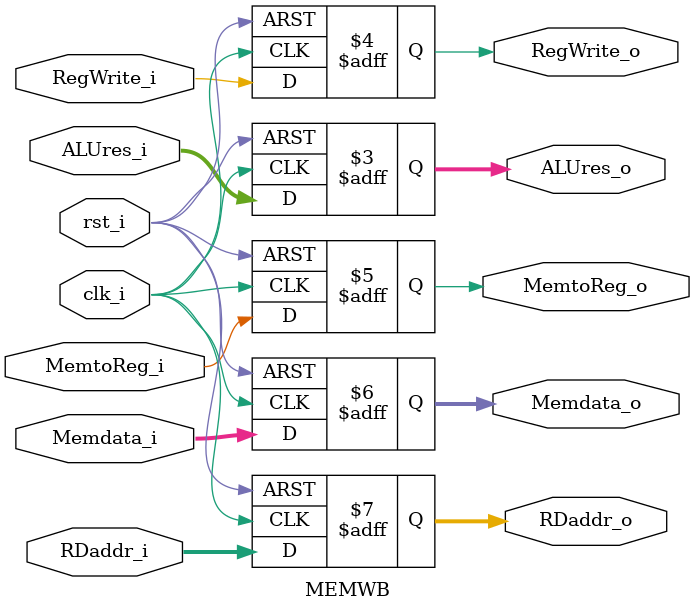
<source format=v>
module MEMWB
(
    clk_i,
    rst_i,
    ALUres_i,
    RegWrite_i,
    MemtoReg_i,
    Memdata_i,
    RDaddr_i,
    
    ALUres_o,
    RegWrite_o,
    MemtoReg_o,
    Memdata_o,
    RDaddr_o
);

// Ports
input               clk_i;
input               rst_i;
input   [31:0]      ALUres_i;
input               RegWrite_i;
input               MemtoReg_i;
input   [31:0]      Memdata_i;
input   [4:0]       RDaddr_i;

output  [31:0]      ALUres_o;
output              RegWrite_o;
output              MemtoReg_o;
output  [31:0]      Memdata_o;
output  [4:0]       RDaddr_o;

reg     [31:0]      ALUres_o;
reg                 RegWrite_o;
reg                 MemtoReg_o;
reg     [31:0]      Memdata_o;
reg     [4:0]       RDaddr_o;

always@(posedge clk_i or negedge rst_i) begin
        if (~rst_i) begin
            ALUres_o <= 32'b0;
            RegWrite_o <= 1'b0;
            MemtoReg_o <= 1'b0;
            Memdata_o <= 32'b0;
            RDaddr_o <= 5'b0;
        end
        else begin
            ALUres_o <= ALUres_i;
            RegWrite_o <= RegWrite_i;
            MemtoReg_o <= MemtoReg_i;
            Memdata_o <= Memdata_i;
            RDaddr_o <= RDaddr_i;
        end
end

endmodule

</source>
